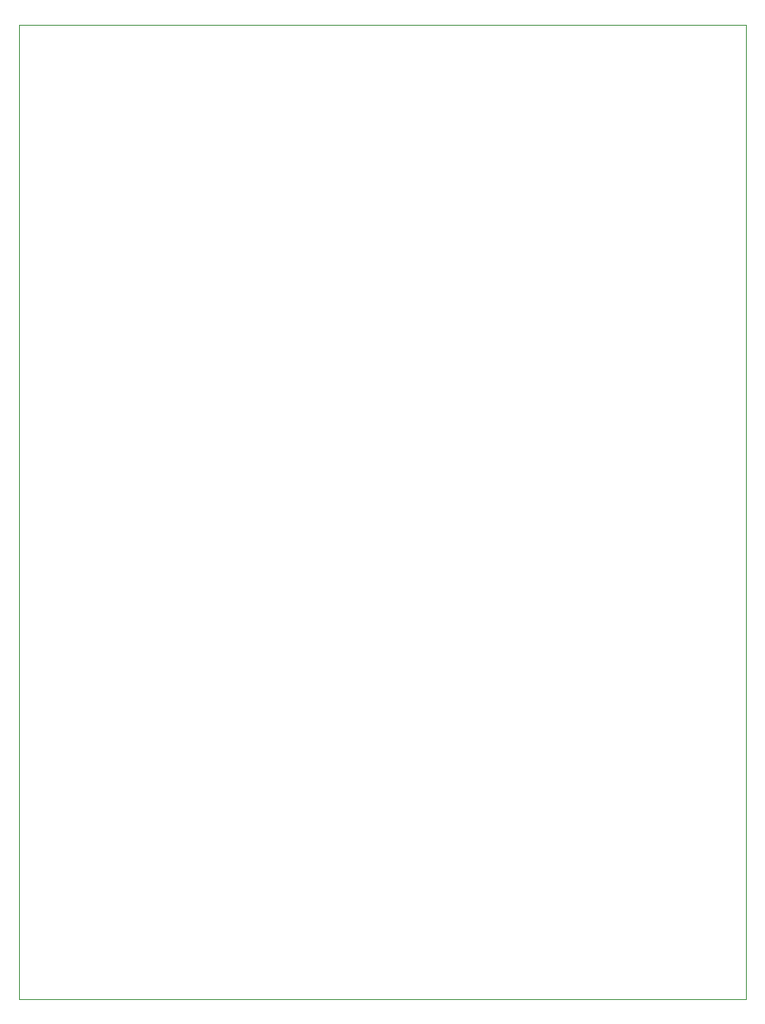
<source format=gm1>
G04 #@! TF.FileFunction,Profile,NP*
%FSLAX46Y46*%
G04 Gerber Fmt 4.6, Leading zero omitted, Abs format (unit mm)*
G04 Created by KiCad (PCBNEW 4.0.0-rc2-stable) date 17.11.2015 23:45:42*
%MOMM*%
G01*
G04 APERTURE LIST*
%ADD10C,0.100000*%
G04 APERTURE END LIST*
D10*
X94800000Y-142800000D02*
X94800000Y-43200000D01*
X169200000Y-142800000D02*
X169200000Y-43200000D01*
X169200000Y-142800000D02*
X94800000Y-142800000D01*
X94800000Y-43200000D02*
X169200000Y-43200000D01*
M02*

</source>
